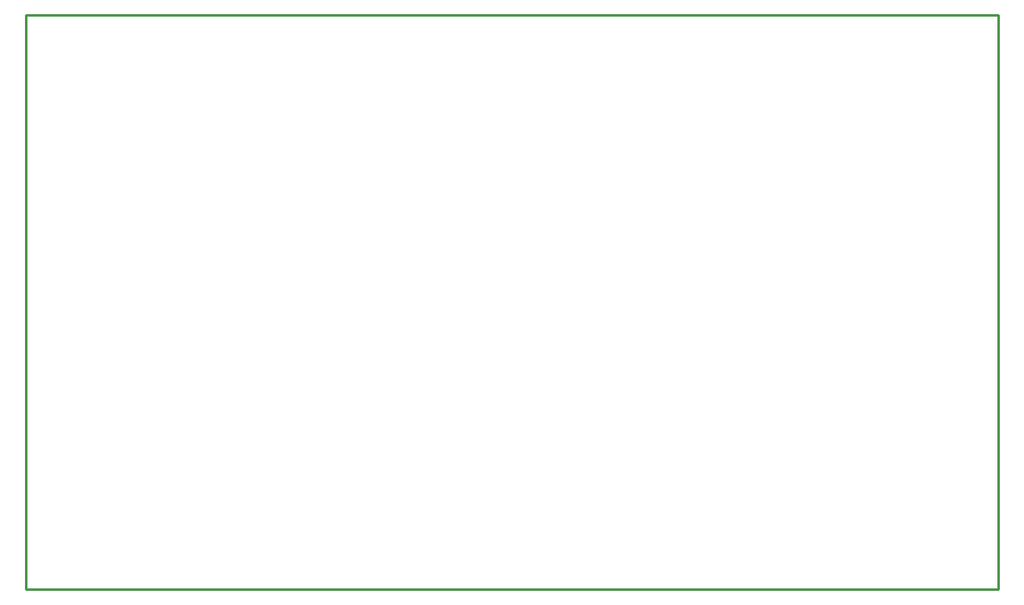
<source format=gko>
G04 Layer_Color=16711935*
%FSLAX25Y25*%
%MOIN*%
G70*
G01*
G75*
%ADD19C,0.01000*%
D19*
X0Y0D02*
Y230000D01*
Y0D02*
X389500D01*
X0Y230000D02*
X389500D01*
Y0D02*
Y230000D01*
M02*

</source>
